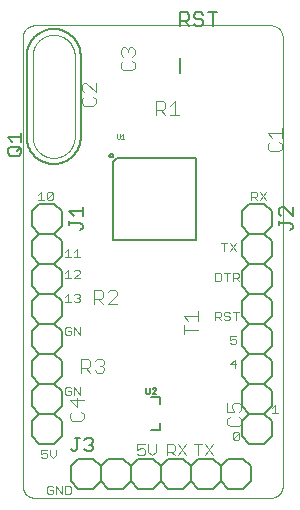
<source format=gto>
G75*
%MOIN*%
%OFA0B0*%
%FSLAX25Y25*%
%IPPOS*%
%LPD*%
%AMOC8*
5,1,8,0,0,1.08239X$1,22.5*
%
%ADD10C,0.00000*%
%ADD11C,0.00300*%
%ADD12C,0.00800*%
%ADD13C,0.00100*%
%ADD14C,0.00600*%
%ADD15C,0.00200*%
%ADD16C,0.00500*%
%ADD17C,0.00400*%
D10*
X0007860Y0013611D02*
X0007860Y0163217D01*
X0007862Y0163341D01*
X0007868Y0163464D01*
X0007877Y0163588D01*
X0007891Y0163710D01*
X0007908Y0163833D01*
X0007930Y0163955D01*
X0007955Y0164076D01*
X0007984Y0164196D01*
X0008016Y0164315D01*
X0008053Y0164434D01*
X0008093Y0164551D01*
X0008136Y0164666D01*
X0008184Y0164781D01*
X0008235Y0164893D01*
X0008289Y0165004D01*
X0008347Y0165114D01*
X0008408Y0165221D01*
X0008473Y0165327D01*
X0008541Y0165430D01*
X0008612Y0165531D01*
X0008686Y0165630D01*
X0008763Y0165727D01*
X0008844Y0165821D01*
X0008927Y0165912D01*
X0009013Y0166001D01*
X0009102Y0166087D01*
X0009193Y0166170D01*
X0009287Y0166251D01*
X0009384Y0166328D01*
X0009483Y0166402D01*
X0009584Y0166473D01*
X0009687Y0166541D01*
X0009793Y0166606D01*
X0009900Y0166667D01*
X0010010Y0166725D01*
X0010121Y0166779D01*
X0010233Y0166830D01*
X0010348Y0166878D01*
X0010463Y0166921D01*
X0010580Y0166961D01*
X0010699Y0166998D01*
X0010818Y0167030D01*
X0010938Y0167059D01*
X0011059Y0167084D01*
X0011181Y0167106D01*
X0011304Y0167123D01*
X0011426Y0167137D01*
X0011550Y0167146D01*
X0011673Y0167152D01*
X0011797Y0167154D01*
X0090537Y0167154D01*
X0090661Y0167152D01*
X0090784Y0167146D01*
X0090908Y0167137D01*
X0091030Y0167123D01*
X0091153Y0167106D01*
X0091275Y0167084D01*
X0091396Y0167059D01*
X0091516Y0167030D01*
X0091635Y0166998D01*
X0091754Y0166961D01*
X0091871Y0166921D01*
X0091986Y0166878D01*
X0092101Y0166830D01*
X0092213Y0166779D01*
X0092324Y0166725D01*
X0092434Y0166667D01*
X0092541Y0166606D01*
X0092647Y0166541D01*
X0092750Y0166473D01*
X0092851Y0166402D01*
X0092950Y0166328D01*
X0093047Y0166251D01*
X0093141Y0166170D01*
X0093232Y0166087D01*
X0093321Y0166001D01*
X0093407Y0165912D01*
X0093490Y0165821D01*
X0093571Y0165727D01*
X0093648Y0165630D01*
X0093722Y0165531D01*
X0093793Y0165430D01*
X0093861Y0165327D01*
X0093926Y0165221D01*
X0093987Y0165114D01*
X0094045Y0165004D01*
X0094099Y0164893D01*
X0094150Y0164781D01*
X0094198Y0164666D01*
X0094241Y0164551D01*
X0094281Y0164434D01*
X0094318Y0164315D01*
X0094350Y0164196D01*
X0094379Y0164076D01*
X0094404Y0163955D01*
X0094426Y0163833D01*
X0094443Y0163710D01*
X0094457Y0163588D01*
X0094466Y0163464D01*
X0094472Y0163341D01*
X0094474Y0163217D01*
X0094474Y0013611D01*
X0094472Y0013487D01*
X0094466Y0013364D01*
X0094457Y0013240D01*
X0094443Y0013118D01*
X0094426Y0012995D01*
X0094404Y0012873D01*
X0094379Y0012752D01*
X0094350Y0012632D01*
X0094318Y0012513D01*
X0094281Y0012394D01*
X0094241Y0012277D01*
X0094198Y0012162D01*
X0094150Y0012047D01*
X0094099Y0011935D01*
X0094045Y0011824D01*
X0093987Y0011714D01*
X0093926Y0011607D01*
X0093861Y0011501D01*
X0093793Y0011398D01*
X0093722Y0011297D01*
X0093648Y0011198D01*
X0093571Y0011101D01*
X0093490Y0011007D01*
X0093407Y0010916D01*
X0093321Y0010827D01*
X0093232Y0010741D01*
X0093141Y0010658D01*
X0093047Y0010577D01*
X0092950Y0010500D01*
X0092851Y0010426D01*
X0092750Y0010355D01*
X0092647Y0010287D01*
X0092541Y0010222D01*
X0092434Y0010161D01*
X0092324Y0010103D01*
X0092213Y0010049D01*
X0092101Y0009998D01*
X0091986Y0009950D01*
X0091871Y0009907D01*
X0091754Y0009867D01*
X0091635Y0009830D01*
X0091516Y0009798D01*
X0091396Y0009769D01*
X0091275Y0009744D01*
X0091153Y0009722D01*
X0091030Y0009705D01*
X0090908Y0009691D01*
X0090784Y0009682D01*
X0090661Y0009676D01*
X0090537Y0009674D01*
X0011797Y0009674D01*
X0011673Y0009676D01*
X0011550Y0009682D01*
X0011426Y0009691D01*
X0011304Y0009705D01*
X0011181Y0009722D01*
X0011059Y0009744D01*
X0010938Y0009769D01*
X0010818Y0009798D01*
X0010699Y0009830D01*
X0010580Y0009867D01*
X0010463Y0009907D01*
X0010348Y0009950D01*
X0010233Y0009998D01*
X0010121Y0010049D01*
X0010010Y0010103D01*
X0009900Y0010161D01*
X0009793Y0010222D01*
X0009687Y0010287D01*
X0009584Y0010355D01*
X0009483Y0010426D01*
X0009384Y0010500D01*
X0009287Y0010577D01*
X0009193Y0010658D01*
X0009102Y0010741D01*
X0009013Y0010827D01*
X0008927Y0010916D01*
X0008844Y0011007D01*
X0008763Y0011101D01*
X0008686Y0011198D01*
X0008612Y0011297D01*
X0008541Y0011398D01*
X0008473Y0011501D01*
X0008408Y0011607D01*
X0008347Y0011714D01*
X0008289Y0011824D01*
X0008235Y0011935D01*
X0008184Y0012047D01*
X0008136Y0012162D01*
X0008093Y0012277D01*
X0008053Y0012394D01*
X0008016Y0012513D01*
X0007984Y0012632D01*
X0007955Y0012752D01*
X0007930Y0012873D01*
X0007908Y0012995D01*
X0007891Y0013118D01*
X0007877Y0013240D01*
X0007868Y0013364D01*
X0007862Y0013487D01*
X0007860Y0013611D01*
D11*
X0014493Y0022824D02*
X0014010Y0023308D01*
X0014493Y0022824D02*
X0015461Y0022824D01*
X0015945Y0023308D01*
X0015945Y0024275D01*
X0015461Y0024759D01*
X0014977Y0024759D01*
X0014010Y0024275D01*
X0014010Y0025726D01*
X0015945Y0025726D01*
X0016956Y0025726D02*
X0016956Y0023791D01*
X0017924Y0022824D01*
X0018891Y0023791D01*
X0018891Y0025726D01*
X0018956Y0013726D02*
X0020891Y0010824D01*
X0020891Y0013726D01*
X0021903Y0013726D02*
X0021903Y0010824D01*
X0023354Y0010824D01*
X0023838Y0011308D01*
X0023838Y0013243D01*
X0023354Y0013726D01*
X0021903Y0013726D01*
X0018956Y0013726D02*
X0018956Y0010824D01*
X0017945Y0011308D02*
X0017945Y0012275D01*
X0016977Y0012275D01*
X0016010Y0011308D02*
X0016493Y0010824D01*
X0017461Y0010824D01*
X0017945Y0011308D01*
X0017945Y0013243D02*
X0017461Y0013726D01*
X0016493Y0013726D01*
X0016010Y0013243D01*
X0016010Y0011308D01*
X0022493Y0043824D02*
X0023461Y0043824D01*
X0023945Y0044308D01*
X0023945Y0045275D01*
X0022977Y0045275D01*
X0022010Y0044308D02*
X0022010Y0046243D01*
X0022493Y0046726D01*
X0023461Y0046726D01*
X0023945Y0046243D01*
X0024956Y0046726D02*
X0026891Y0043824D01*
X0026891Y0046726D01*
X0024956Y0046726D02*
X0024956Y0043824D01*
X0022493Y0043824D02*
X0022010Y0044308D01*
X0022493Y0063824D02*
X0022010Y0064308D01*
X0022010Y0066243D01*
X0022493Y0066726D01*
X0023461Y0066726D01*
X0023945Y0066243D01*
X0023945Y0065275D02*
X0022977Y0065275D01*
X0023945Y0065275D02*
X0023945Y0064308D01*
X0023461Y0063824D01*
X0022493Y0063824D01*
X0024956Y0063824D02*
X0024956Y0066726D01*
X0026891Y0063824D01*
X0026891Y0066726D01*
X0026407Y0074824D02*
X0025440Y0074824D01*
X0024956Y0075308D01*
X0023945Y0074824D02*
X0022010Y0074824D01*
X0022977Y0074824D02*
X0022977Y0077726D01*
X0022010Y0076759D01*
X0024956Y0077243D02*
X0025440Y0077726D01*
X0026407Y0077726D01*
X0026891Y0077243D01*
X0026891Y0076759D01*
X0026407Y0076275D01*
X0026891Y0075791D01*
X0026891Y0075308D01*
X0026407Y0074824D01*
X0026407Y0076275D02*
X0025924Y0076275D01*
X0026891Y0082824D02*
X0024956Y0082824D01*
X0026891Y0084759D01*
X0026891Y0085243D01*
X0026407Y0085726D01*
X0025440Y0085726D01*
X0024956Y0085243D01*
X0022977Y0085726D02*
X0022977Y0082824D01*
X0022010Y0082824D02*
X0023945Y0082824D01*
X0022010Y0084759D02*
X0022977Y0085726D01*
X0022977Y0089824D02*
X0022977Y0092726D01*
X0022010Y0091759D01*
X0022010Y0089824D02*
X0023945Y0089824D01*
X0024956Y0089824D02*
X0026891Y0089824D01*
X0025924Y0089824D02*
X0025924Y0092726D01*
X0024956Y0091759D01*
X0017407Y0108824D02*
X0016440Y0108824D01*
X0015956Y0109308D01*
X0017891Y0111243D01*
X0017891Y0109308D01*
X0017407Y0108824D01*
X0017891Y0111243D02*
X0017407Y0111726D01*
X0016440Y0111726D01*
X0015956Y0111243D01*
X0015956Y0109308D01*
X0014945Y0108824D02*
X0013010Y0108824D01*
X0013977Y0108824D02*
X0013977Y0111726D01*
X0013010Y0110759D01*
X0046010Y0027527D02*
X0046010Y0025676D01*
X0047244Y0026293D01*
X0047861Y0026293D01*
X0048478Y0025676D01*
X0048478Y0024441D01*
X0047861Y0023824D01*
X0046627Y0023824D01*
X0046010Y0024441D01*
X0046010Y0027527D02*
X0048478Y0027527D01*
X0049693Y0027527D02*
X0049693Y0025058D01*
X0050927Y0023824D01*
X0052161Y0025058D01*
X0052161Y0027527D01*
X0056010Y0027527D02*
X0056010Y0023824D01*
X0056010Y0025058D02*
X0057861Y0025058D01*
X0058478Y0025676D01*
X0058478Y0026910D01*
X0057861Y0027527D01*
X0056010Y0027527D01*
X0057244Y0025058D02*
X0058478Y0023824D01*
X0059693Y0023824D02*
X0062161Y0027527D01*
X0059693Y0027527D02*
X0062161Y0023824D01*
X0065010Y0027527D02*
X0067478Y0027527D01*
X0066244Y0027527D02*
X0066244Y0023824D01*
X0068693Y0023824D02*
X0071161Y0027527D01*
X0068693Y0027527D02*
X0071161Y0023824D01*
X0078010Y0029308D02*
X0079945Y0031243D01*
X0079945Y0029308D01*
X0079461Y0028824D01*
X0078493Y0028824D01*
X0078010Y0029308D01*
X0078010Y0031243D01*
X0078493Y0031726D01*
X0079461Y0031726D01*
X0079945Y0031243D01*
X0091010Y0037824D02*
X0092945Y0037824D01*
X0091977Y0037824D02*
X0091977Y0040726D01*
X0091010Y0039759D01*
X0078945Y0054275D02*
X0077010Y0054275D01*
X0078461Y0055726D01*
X0078461Y0052824D01*
X0078461Y0060824D02*
X0077493Y0060824D01*
X0077010Y0061308D01*
X0077010Y0062275D02*
X0077977Y0062759D01*
X0078461Y0062759D01*
X0078945Y0062275D01*
X0078945Y0061308D01*
X0078461Y0060824D01*
X0077010Y0062275D02*
X0077010Y0063726D01*
X0078945Y0063726D01*
X0078870Y0068824D02*
X0078870Y0071726D01*
X0077903Y0071726D02*
X0079838Y0071726D01*
X0076891Y0071243D02*
X0076407Y0071726D01*
X0075440Y0071726D01*
X0074956Y0071243D01*
X0074956Y0070759D01*
X0075440Y0070275D01*
X0076407Y0070275D01*
X0076891Y0069791D01*
X0076891Y0069308D01*
X0076407Y0068824D01*
X0075440Y0068824D01*
X0074956Y0069308D01*
X0073945Y0068824D02*
X0072977Y0069791D01*
X0073461Y0069791D02*
X0072010Y0069791D01*
X0072010Y0068824D02*
X0072010Y0071726D01*
X0073461Y0071726D01*
X0073945Y0071243D01*
X0073945Y0070275D01*
X0073461Y0069791D01*
X0073461Y0081824D02*
X0072010Y0081824D01*
X0072010Y0084726D01*
X0073461Y0084726D01*
X0073945Y0084243D01*
X0073945Y0082308D01*
X0073461Y0081824D01*
X0074956Y0084726D02*
X0076891Y0084726D01*
X0075924Y0084726D02*
X0075924Y0081824D01*
X0077903Y0081824D02*
X0077903Y0084726D01*
X0079354Y0084726D01*
X0079838Y0084243D01*
X0079838Y0083275D01*
X0079354Y0082791D01*
X0077903Y0082791D01*
X0078870Y0082791D02*
X0079838Y0081824D01*
X0078891Y0091824D02*
X0076956Y0094726D01*
X0075945Y0094726D02*
X0074010Y0094726D01*
X0074977Y0094726D02*
X0074977Y0091824D01*
X0076956Y0091824D02*
X0078891Y0094726D01*
X0084010Y0108824D02*
X0084010Y0111726D01*
X0085461Y0111726D01*
X0085945Y0111243D01*
X0085945Y0110275D01*
X0085461Y0109791D01*
X0084010Y0109791D01*
X0084977Y0109791D02*
X0085945Y0108824D01*
X0086956Y0108824D02*
X0088891Y0111726D01*
X0086956Y0111726D02*
X0088891Y0108824D01*
D12*
X0065525Y0095489D02*
X0037927Y0095489D01*
X0037927Y0121690D01*
X0039324Y0123087D01*
X0065525Y0123087D01*
X0065525Y0095489D01*
X0036726Y0123788D02*
X0036728Y0123837D01*
X0036734Y0123885D01*
X0036744Y0123933D01*
X0036758Y0123980D01*
X0036775Y0124026D01*
X0036796Y0124070D01*
X0036821Y0124112D01*
X0036849Y0124152D01*
X0036881Y0124190D01*
X0036915Y0124225D01*
X0036952Y0124257D01*
X0036991Y0124286D01*
X0037033Y0124312D01*
X0037077Y0124334D01*
X0037122Y0124352D01*
X0037169Y0124367D01*
X0037216Y0124378D01*
X0037265Y0124385D01*
X0037314Y0124388D01*
X0037363Y0124387D01*
X0037411Y0124382D01*
X0037460Y0124373D01*
X0037507Y0124360D01*
X0037553Y0124343D01*
X0037597Y0124323D01*
X0037640Y0124299D01*
X0037681Y0124272D01*
X0037719Y0124241D01*
X0037755Y0124208D01*
X0037787Y0124172D01*
X0037817Y0124133D01*
X0037844Y0124092D01*
X0037867Y0124048D01*
X0037886Y0124003D01*
X0037902Y0123957D01*
X0037914Y0123910D01*
X0037922Y0123861D01*
X0037926Y0123812D01*
X0037926Y0123764D01*
X0037922Y0123715D01*
X0037914Y0123666D01*
X0037902Y0123619D01*
X0037886Y0123573D01*
X0037867Y0123528D01*
X0037844Y0123484D01*
X0037817Y0123443D01*
X0037787Y0123404D01*
X0037755Y0123368D01*
X0037719Y0123335D01*
X0037681Y0123304D01*
X0037640Y0123277D01*
X0037597Y0123253D01*
X0037553Y0123233D01*
X0037507Y0123216D01*
X0037460Y0123203D01*
X0037411Y0123194D01*
X0037363Y0123189D01*
X0037314Y0123188D01*
X0037265Y0123191D01*
X0037216Y0123198D01*
X0037169Y0123209D01*
X0037122Y0123224D01*
X0037077Y0123242D01*
X0037033Y0123264D01*
X0036991Y0123290D01*
X0036952Y0123319D01*
X0036915Y0123351D01*
X0036881Y0123386D01*
X0036849Y0123424D01*
X0036821Y0123464D01*
X0036796Y0123506D01*
X0036775Y0123550D01*
X0036758Y0123596D01*
X0036744Y0123643D01*
X0036734Y0123691D01*
X0036728Y0123739D01*
X0036726Y0123788D01*
X0050466Y0043186D02*
X0053615Y0043186D01*
X0053615Y0040824D01*
X0053615Y0034524D02*
X0053615Y0032162D01*
X0050466Y0032162D01*
D13*
X0041750Y0129338D02*
X0040749Y0129338D01*
X0041249Y0129338D02*
X0041249Y0130839D01*
X0040749Y0130339D01*
X0040277Y0130839D02*
X0040277Y0129588D01*
X0040026Y0129338D01*
X0039526Y0129338D01*
X0039276Y0129588D01*
X0039276Y0130839D01*
D14*
X0027167Y0129985D02*
X0027167Y0156985D01*
X0027164Y0157204D01*
X0027156Y0157423D01*
X0027143Y0157642D01*
X0027124Y0157860D01*
X0027100Y0158078D01*
X0027071Y0158295D01*
X0027037Y0158512D01*
X0026997Y0158727D01*
X0026952Y0158942D01*
X0026901Y0159155D01*
X0026846Y0159367D01*
X0026785Y0159578D01*
X0026720Y0159787D01*
X0026649Y0159994D01*
X0026573Y0160200D01*
X0026492Y0160404D01*
X0026407Y0160606D01*
X0026316Y0160805D01*
X0026221Y0161002D01*
X0026120Y0161197D01*
X0026015Y0161390D01*
X0025906Y0161580D01*
X0025792Y0161767D01*
X0025673Y0161951D01*
X0025550Y0162132D01*
X0025422Y0162310D01*
X0025290Y0162486D01*
X0025154Y0162657D01*
X0025014Y0162826D01*
X0024870Y0162991D01*
X0024722Y0163152D01*
X0024570Y0163310D01*
X0024414Y0163464D01*
X0024254Y0163614D01*
X0024091Y0163761D01*
X0023924Y0163903D01*
X0023754Y0164041D01*
X0023580Y0164175D01*
X0023404Y0164305D01*
X0023224Y0164430D01*
X0023041Y0164551D01*
X0022855Y0164667D01*
X0022667Y0164779D01*
X0022476Y0164886D01*
X0022282Y0164989D01*
X0022086Y0165087D01*
X0021888Y0165180D01*
X0021687Y0165268D01*
X0021484Y0165351D01*
X0021279Y0165430D01*
X0021073Y0165503D01*
X0020865Y0165571D01*
X0020655Y0165634D01*
X0020443Y0165692D01*
X0020231Y0165745D01*
X0020017Y0165793D01*
X0019802Y0165835D01*
X0019586Y0165872D01*
X0019369Y0165904D01*
X0019151Y0165931D01*
X0018933Y0165952D01*
X0018715Y0165968D01*
X0018496Y0165979D01*
X0018277Y0165984D01*
X0018057Y0165984D01*
X0017838Y0165979D01*
X0017619Y0165968D01*
X0017401Y0165952D01*
X0017183Y0165931D01*
X0016965Y0165904D01*
X0016748Y0165872D01*
X0016532Y0165835D01*
X0016317Y0165793D01*
X0016103Y0165745D01*
X0015891Y0165692D01*
X0015679Y0165634D01*
X0015469Y0165571D01*
X0015261Y0165503D01*
X0015055Y0165430D01*
X0014850Y0165351D01*
X0014647Y0165268D01*
X0014446Y0165180D01*
X0014248Y0165087D01*
X0014052Y0164989D01*
X0013858Y0164886D01*
X0013667Y0164779D01*
X0013479Y0164667D01*
X0013293Y0164551D01*
X0013110Y0164430D01*
X0012930Y0164305D01*
X0012754Y0164175D01*
X0012580Y0164041D01*
X0012410Y0163903D01*
X0012243Y0163761D01*
X0012080Y0163614D01*
X0011920Y0163464D01*
X0011764Y0163310D01*
X0011612Y0163152D01*
X0011464Y0162991D01*
X0011320Y0162826D01*
X0011180Y0162657D01*
X0011044Y0162486D01*
X0010912Y0162310D01*
X0010784Y0162132D01*
X0010661Y0161951D01*
X0010542Y0161767D01*
X0010428Y0161580D01*
X0010319Y0161390D01*
X0010214Y0161197D01*
X0010113Y0161002D01*
X0010018Y0160805D01*
X0009927Y0160606D01*
X0009842Y0160404D01*
X0009761Y0160200D01*
X0009685Y0159994D01*
X0009614Y0159787D01*
X0009549Y0159578D01*
X0009488Y0159367D01*
X0009433Y0159155D01*
X0009382Y0158942D01*
X0009337Y0158727D01*
X0009297Y0158512D01*
X0009263Y0158295D01*
X0009234Y0158078D01*
X0009210Y0157860D01*
X0009191Y0157642D01*
X0009178Y0157423D01*
X0009170Y0157204D01*
X0009167Y0156985D01*
X0009167Y0129985D01*
X0009170Y0129766D01*
X0009178Y0129547D01*
X0009191Y0129328D01*
X0009210Y0129110D01*
X0009234Y0128892D01*
X0009263Y0128675D01*
X0009297Y0128458D01*
X0009337Y0128243D01*
X0009382Y0128028D01*
X0009433Y0127815D01*
X0009488Y0127603D01*
X0009549Y0127392D01*
X0009614Y0127183D01*
X0009685Y0126976D01*
X0009761Y0126770D01*
X0009842Y0126566D01*
X0009927Y0126364D01*
X0010018Y0126165D01*
X0010113Y0125968D01*
X0010214Y0125773D01*
X0010319Y0125580D01*
X0010428Y0125390D01*
X0010542Y0125203D01*
X0010661Y0125019D01*
X0010784Y0124838D01*
X0010912Y0124660D01*
X0011044Y0124484D01*
X0011180Y0124313D01*
X0011320Y0124144D01*
X0011464Y0123979D01*
X0011612Y0123818D01*
X0011764Y0123660D01*
X0011920Y0123506D01*
X0012080Y0123356D01*
X0012243Y0123209D01*
X0012410Y0123067D01*
X0012580Y0122929D01*
X0012754Y0122795D01*
X0012930Y0122665D01*
X0013110Y0122540D01*
X0013293Y0122419D01*
X0013479Y0122303D01*
X0013667Y0122191D01*
X0013858Y0122084D01*
X0014052Y0121981D01*
X0014248Y0121883D01*
X0014446Y0121790D01*
X0014647Y0121702D01*
X0014850Y0121619D01*
X0015055Y0121540D01*
X0015261Y0121467D01*
X0015469Y0121399D01*
X0015679Y0121336D01*
X0015891Y0121278D01*
X0016103Y0121225D01*
X0016317Y0121177D01*
X0016532Y0121135D01*
X0016748Y0121098D01*
X0016965Y0121066D01*
X0017183Y0121039D01*
X0017401Y0121018D01*
X0017619Y0121002D01*
X0017838Y0120991D01*
X0018057Y0120986D01*
X0018277Y0120986D01*
X0018496Y0120991D01*
X0018715Y0121002D01*
X0018933Y0121018D01*
X0019151Y0121039D01*
X0019369Y0121066D01*
X0019586Y0121098D01*
X0019802Y0121135D01*
X0020017Y0121177D01*
X0020231Y0121225D01*
X0020443Y0121278D01*
X0020655Y0121336D01*
X0020865Y0121399D01*
X0021073Y0121467D01*
X0021279Y0121540D01*
X0021484Y0121619D01*
X0021687Y0121702D01*
X0021888Y0121790D01*
X0022086Y0121883D01*
X0022282Y0121981D01*
X0022476Y0122084D01*
X0022667Y0122191D01*
X0022855Y0122303D01*
X0023041Y0122419D01*
X0023224Y0122540D01*
X0023404Y0122665D01*
X0023580Y0122795D01*
X0023754Y0122929D01*
X0023924Y0123067D01*
X0024091Y0123209D01*
X0024254Y0123356D01*
X0024414Y0123506D01*
X0024570Y0123660D01*
X0024722Y0123818D01*
X0024870Y0123979D01*
X0025014Y0124144D01*
X0025154Y0124313D01*
X0025290Y0124484D01*
X0025422Y0124660D01*
X0025550Y0124838D01*
X0025673Y0125019D01*
X0025792Y0125203D01*
X0025906Y0125390D01*
X0026015Y0125580D01*
X0026120Y0125773D01*
X0026221Y0125968D01*
X0026316Y0126165D01*
X0026407Y0126364D01*
X0026492Y0126566D01*
X0026573Y0126770D01*
X0026649Y0126976D01*
X0026720Y0127183D01*
X0026785Y0127392D01*
X0026846Y0127603D01*
X0026901Y0127815D01*
X0026952Y0128028D01*
X0026997Y0128243D01*
X0027037Y0128458D01*
X0027071Y0128675D01*
X0027100Y0128892D01*
X0027124Y0129110D01*
X0027143Y0129328D01*
X0027156Y0129547D01*
X0027164Y0129766D01*
X0027167Y0129985D01*
X0018360Y0107674D02*
X0013360Y0107674D01*
X0010860Y0105174D01*
X0010860Y0100174D01*
X0013360Y0097674D01*
X0010860Y0095174D01*
X0010860Y0090174D01*
X0013360Y0087674D01*
X0018360Y0087674D01*
X0020860Y0090174D01*
X0020860Y0095174D01*
X0018360Y0097674D01*
X0013360Y0097674D01*
X0018360Y0097674D02*
X0020860Y0100174D01*
X0020860Y0105174D01*
X0018360Y0107674D01*
X0018360Y0087674D02*
X0020860Y0085174D01*
X0020860Y0080174D01*
X0018360Y0077674D01*
X0020860Y0075174D01*
X0020860Y0070174D01*
X0018360Y0067674D01*
X0020860Y0065174D01*
X0020860Y0060174D01*
X0018360Y0057674D01*
X0013360Y0057674D01*
X0010860Y0060174D01*
X0010860Y0065174D01*
X0013360Y0067674D01*
X0010860Y0070174D01*
X0010860Y0075174D01*
X0013360Y0077674D01*
X0010860Y0080174D01*
X0010860Y0085174D01*
X0013360Y0087674D01*
X0013360Y0077674D02*
X0018360Y0077674D01*
X0018360Y0067674D02*
X0013360Y0067674D01*
X0013360Y0057674D02*
X0010860Y0055174D01*
X0010860Y0050174D01*
X0013360Y0047674D01*
X0010860Y0045174D01*
X0010860Y0040174D01*
X0013360Y0037674D01*
X0010860Y0035174D01*
X0010860Y0030174D01*
X0013360Y0027674D01*
X0018360Y0027674D01*
X0020860Y0030174D01*
X0020860Y0035174D01*
X0018360Y0037674D01*
X0013360Y0037674D01*
X0018360Y0037674D02*
X0020860Y0040174D01*
X0020860Y0045174D01*
X0018360Y0047674D01*
X0013360Y0047674D01*
X0018360Y0047674D02*
X0020860Y0050174D01*
X0020860Y0055174D01*
X0018360Y0057674D01*
X0026360Y0022674D02*
X0023860Y0020174D01*
X0023860Y0015174D01*
X0026360Y0012674D01*
X0031360Y0012674D01*
X0033860Y0015174D01*
X0036360Y0012674D01*
X0041360Y0012674D01*
X0043860Y0015174D01*
X0043860Y0020174D01*
X0041360Y0022674D01*
X0036360Y0022674D01*
X0033860Y0020174D01*
X0033860Y0015174D01*
X0033860Y0020174D02*
X0031360Y0022674D01*
X0026360Y0022674D01*
X0043860Y0020174D02*
X0046360Y0022674D01*
X0051360Y0022674D01*
X0053860Y0020174D01*
X0056360Y0022674D01*
X0061360Y0022674D01*
X0063860Y0020174D01*
X0066360Y0022674D01*
X0071360Y0022674D01*
X0073860Y0020174D01*
X0076360Y0022674D01*
X0081360Y0022674D01*
X0083860Y0020174D01*
X0083860Y0015174D01*
X0081360Y0012674D01*
X0076360Y0012674D01*
X0073860Y0015174D01*
X0071360Y0012674D01*
X0066360Y0012674D01*
X0063860Y0015174D01*
X0061360Y0012674D01*
X0056360Y0012674D01*
X0053860Y0015174D01*
X0051360Y0012674D01*
X0046360Y0012674D01*
X0043860Y0015174D01*
X0053860Y0015174D02*
X0053860Y0020174D01*
X0063860Y0020174D02*
X0063860Y0015174D01*
X0073860Y0015174D02*
X0073860Y0020174D01*
X0083360Y0027674D02*
X0080860Y0030174D01*
X0080860Y0035174D01*
X0083360Y0037674D01*
X0080860Y0040174D01*
X0080860Y0045174D01*
X0083360Y0047674D01*
X0080860Y0050174D01*
X0080860Y0055174D01*
X0083360Y0057674D01*
X0080860Y0060174D01*
X0080860Y0065174D01*
X0083360Y0067674D01*
X0080860Y0070174D01*
X0080860Y0075174D01*
X0083360Y0077674D01*
X0080860Y0080174D01*
X0080860Y0085174D01*
X0083360Y0087674D01*
X0080860Y0090174D01*
X0080860Y0095174D01*
X0083360Y0097674D01*
X0080860Y0100174D01*
X0080860Y0105174D01*
X0083360Y0107674D01*
X0088360Y0107674D01*
X0090860Y0105174D01*
X0090860Y0100174D01*
X0088360Y0097674D01*
X0090860Y0095174D01*
X0090860Y0090174D01*
X0088360Y0087674D01*
X0083360Y0087674D01*
X0088360Y0087674D02*
X0090860Y0085174D01*
X0090860Y0080174D01*
X0088360Y0077674D01*
X0090860Y0075174D01*
X0090860Y0070174D01*
X0088360Y0067674D01*
X0090860Y0065174D01*
X0090860Y0060174D01*
X0088360Y0057674D01*
X0083360Y0057674D01*
X0088360Y0057674D02*
X0090860Y0055174D01*
X0090860Y0050174D01*
X0088360Y0047674D01*
X0090860Y0045174D01*
X0090860Y0040174D01*
X0088360Y0037674D01*
X0090860Y0035174D01*
X0090860Y0030174D01*
X0088360Y0027674D01*
X0083360Y0027674D01*
X0083360Y0037674D02*
X0088360Y0037674D01*
X0088360Y0047674D02*
X0083360Y0047674D01*
X0083360Y0067674D02*
X0088360Y0067674D01*
X0088360Y0077674D02*
X0083360Y0077674D01*
X0083360Y0097674D02*
X0088360Y0097674D01*
X0060167Y0151233D02*
X0060167Y0156233D01*
D15*
X0025167Y0156985D02*
X0025167Y0129985D01*
X0025165Y0129815D01*
X0025159Y0129644D01*
X0025148Y0129474D01*
X0025134Y0129304D01*
X0025115Y0129135D01*
X0025092Y0128966D01*
X0025066Y0128797D01*
X0025035Y0128630D01*
X0025000Y0128463D01*
X0024960Y0128297D01*
X0024917Y0128132D01*
X0024870Y0127968D01*
X0024819Y0127806D01*
X0024764Y0127644D01*
X0024705Y0127484D01*
X0024642Y0127326D01*
X0024576Y0127169D01*
X0024505Y0127014D01*
X0024431Y0126860D01*
X0024353Y0126709D01*
X0024271Y0126559D01*
X0024186Y0126411D01*
X0024097Y0126266D01*
X0024005Y0126123D01*
X0023909Y0125982D01*
X0023810Y0125843D01*
X0023707Y0125707D01*
X0023602Y0125573D01*
X0023493Y0125442D01*
X0023380Y0125314D01*
X0023265Y0125188D01*
X0023147Y0125065D01*
X0023026Y0124946D01*
X0022901Y0124829D01*
X0022774Y0124715D01*
X0022645Y0124604D01*
X0022512Y0124497D01*
X0022377Y0124393D01*
X0022240Y0124292D01*
X0022100Y0124194D01*
X0021958Y0124100D01*
X0021814Y0124010D01*
X0021667Y0123923D01*
X0021518Y0123839D01*
X0021368Y0123760D01*
X0021215Y0123684D01*
X0021061Y0123611D01*
X0020905Y0123543D01*
X0020747Y0123478D01*
X0020588Y0123417D01*
X0020427Y0123360D01*
X0020265Y0123307D01*
X0020102Y0123258D01*
X0019938Y0123213D01*
X0019772Y0123172D01*
X0019606Y0123134D01*
X0019438Y0123101D01*
X0019270Y0123073D01*
X0019102Y0123048D01*
X0018933Y0123027D01*
X0018763Y0123010D01*
X0018593Y0122998D01*
X0018423Y0122990D01*
X0018252Y0122986D01*
X0018082Y0122986D01*
X0017911Y0122990D01*
X0017741Y0122998D01*
X0017571Y0123010D01*
X0017401Y0123027D01*
X0017232Y0123048D01*
X0017064Y0123073D01*
X0016896Y0123101D01*
X0016728Y0123134D01*
X0016562Y0123172D01*
X0016396Y0123213D01*
X0016232Y0123258D01*
X0016069Y0123307D01*
X0015907Y0123360D01*
X0015746Y0123417D01*
X0015587Y0123478D01*
X0015429Y0123543D01*
X0015273Y0123611D01*
X0015119Y0123684D01*
X0014966Y0123760D01*
X0014816Y0123839D01*
X0014667Y0123923D01*
X0014520Y0124010D01*
X0014376Y0124100D01*
X0014234Y0124194D01*
X0014094Y0124292D01*
X0013957Y0124393D01*
X0013822Y0124497D01*
X0013689Y0124604D01*
X0013560Y0124715D01*
X0013433Y0124829D01*
X0013308Y0124946D01*
X0013187Y0125065D01*
X0013069Y0125188D01*
X0012954Y0125314D01*
X0012841Y0125442D01*
X0012732Y0125573D01*
X0012627Y0125707D01*
X0012524Y0125843D01*
X0012425Y0125982D01*
X0012329Y0126123D01*
X0012237Y0126266D01*
X0012148Y0126411D01*
X0012063Y0126559D01*
X0011981Y0126709D01*
X0011903Y0126860D01*
X0011829Y0127014D01*
X0011758Y0127169D01*
X0011692Y0127326D01*
X0011629Y0127484D01*
X0011570Y0127644D01*
X0011515Y0127806D01*
X0011464Y0127968D01*
X0011417Y0128132D01*
X0011374Y0128297D01*
X0011334Y0128463D01*
X0011299Y0128630D01*
X0011268Y0128797D01*
X0011242Y0128966D01*
X0011219Y0129135D01*
X0011200Y0129304D01*
X0011186Y0129474D01*
X0011175Y0129644D01*
X0011169Y0129815D01*
X0011167Y0129985D01*
X0011167Y0156985D01*
X0011169Y0157155D01*
X0011175Y0157326D01*
X0011186Y0157496D01*
X0011200Y0157666D01*
X0011219Y0157835D01*
X0011242Y0158004D01*
X0011268Y0158173D01*
X0011299Y0158340D01*
X0011334Y0158507D01*
X0011374Y0158673D01*
X0011417Y0158838D01*
X0011464Y0159002D01*
X0011515Y0159164D01*
X0011570Y0159326D01*
X0011629Y0159486D01*
X0011692Y0159644D01*
X0011758Y0159801D01*
X0011829Y0159956D01*
X0011903Y0160110D01*
X0011981Y0160261D01*
X0012063Y0160411D01*
X0012148Y0160559D01*
X0012237Y0160704D01*
X0012329Y0160847D01*
X0012425Y0160988D01*
X0012524Y0161127D01*
X0012627Y0161263D01*
X0012732Y0161397D01*
X0012841Y0161528D01*
X0012954Y0161656D01*
X0013069Y0161782D01*
X0013187Y0161905D01*
X0013308Y0162024D01*
X0013433Y0162141D01*
X0013560Y0162255D01*
X0013689Y0162366D01*
X0013822Y0162473D01*
X0013957Y0162577D01*
X0014094Y0162678D01*
X0014234Y0162776D01*
X0014376Y0162870D01*
X0014520Y0162960D01*
X0014667Y0163047D01*
X0014816Y0163131D01*
X0014966Y0163210D01*
X0015119Y0163286D01*
X0015273Y0163359D01*
X0015429Y0163427D01*
X0015587Y0163492D01*
X0015746Y0163553D01*
X0015907Y0163610D01*
X0016069Y0163663D01*
X0016232Y0163712D01*
X0016396Y0163757D01*
X0016562Y0163798D01*
X0016728Y0163836D01*
X0016896Y0163869D01*
X0017064Y0163897D01*
X0017232Y0163922D01*
X0017401Y0163943D01*
X0017571Y0163960D01*
X0017741Y0163972D01*
X0017911Y0163980D01*
X0018082Y0163984D01*
X0018252Y0163984D01*
X0018423Y0163980D01*
X0018593Y0163972D01*
X0018763Y0163960D01*
X0018933Y0163943D01*
X0019102Y0163922D01*
X0019270Y0163897D01*
X0019438Y0163869D01*
X0019606Y0163836D01*
X0019772Y0163798D01*
X0019938Y0163757D01*
X0020102Y0163712D01*
X0020265Y0163663D01*
X0020427Y0163610D01*
X0020588Y0163553D01*
X0020747Y0163492D01*
X0020905Y0163427D01*
X0021061Y0163359D01*
X0021215Y0163286D01*
X0021368Y0163210D01*
X0021518Y0163131D01*
X0021667Y0163047D01*
X0021814Y0162960D01*
X0021958Y0162870D01*
X0022100Y0162776D01*
X0022240Y0162678D01*
X0022377Y0162577D01*
X0022512Y0162473D01*
X0022645Y0162366D01*
X0022774Y0162255D01*
X0022901Y0162141D01*
X0023026Y0162024D01*
X0023147Y0161905D01*
X0023265Y0161782D01*
X0023380Y0161656D01*
X0023493Y0161528D01*
X0023602Y0161397D01*
X0023707Y0161263D01*
X0023810Y0161127D01*
X0023909Y0160988D01*
X0024005Y0160847D01*
X0024097Y0160704D01*
X0024186Y0160559D01*
X0024271Y0160411D01*
X0024353Y0160261D01*
X0024431Y0160110D01*
X0024505Y0159956D01*
X0024576Y0159801D01*
X0024642Y0159644D01*
X0024705Y0159486D01*
X0024764Y0159326D01*
X0024819Y0159164D01*
X0024870Y0159002D01*
X0024917Y0158838D01*
X0024960Y0158673D01*
X0025000Y0158507D01*
X0025035Y0158340D01*
X0025066Y0158173D01*
X0025092Y0158004D01*
X0025115Y0157835D01*
X0025134Y0157666D01*
X0025148Y0157496D01*
X0025159Y0157326D01*
X0025165Y0157155D01*
X0025167Y0156985D01*
D16*
X0007417Y0131342D02*
X0007417Y0128339D01*
X0007417Y0129840D02*
X0002913Y0129840D01*
X0004414Y0128339D01*
X0003663Y0126738D02*
X0006666Y0126738D01*
X0007417Y0125987D01*
X0007417Y0124486D01*
X0006666Y0123735D01*
X0003663Y0123735D01*
X0002913Y0124486D01*
X0002913Y0125987D01*
X0003663Y0126738D01*
X0005915Y0125236D02*
X0007417Y0126738D01*
X0023306Y0105121D02*
X0027810Y0105121D01*
X0027810Y0103620D02*
X0027810Y0106623D01*
X0024807Y0103620D02*
X0023306Y0105121D01*
X0023306Y0102019D02*
X0023306Y0100517D01*
X0023306Y0101268D02*
X0027059Y0101268D01*
X0027810Y0100517D01*
X0027810Y0099767D01*
X0027059Y0099016D01*
X0048900Y0046326D02*
X0048900Y0044741D01*
X0049217Y0044424D01*
X0049851Y0044424D01*
X0050167Y0044741D01*
X0050167Y0046326D01*
X0051110Y0046009D02*
X0051427Y0046326D01*
X0052060Y0046326D01*
X0052377Y0046009D01*
X0052377Y0045692D01*
X0051110Y0044424D01*
X0052377Y0044424D01*
X0031416Y0028877D02*
X0031416Y0028127D01*
X0030665Y0027376D01*
X0031416Y0026625D01*
X0031416Y0025875D01*
X0030665Y0025124D01*
X0029164Y0025124D01*
X0028413Y0025875D01*
X0029915Y0027376D02*
X0030665Y0027376D01*
X0031416Y0028877D02*
X0030665Y0029628D01*
X0029164Y0029628D01*
X0028413Y0028877D01*
X0026812Y0029628D02*
X0025311Y0029628D01*
X0026061Y0029628D02*
X0026061Y0025875D01*
X0025311Y0025124D01*
X0024560Y0025124D01*
X0023810Y0025875D01*
X0093306Y0100517D02*
X0093306Y0102019D01*
X0093306Y0101268D02*
X0097059Y0101268D01*
X0097810Y0100517D01*
X0097810Y0099767D01*
X0097059Y0099016D01*
X0097810Y0103620D02*
X0094807Y0106623D01*
X0094056Y0106623D01*
X0093306Y0105872D01*
X0093306Y0104371D01*
X0094056Y0103620D01*
X0097810Y0103620D02*
X0097810Y0106623D01*
X0071126Y0166983D02*
X0071126Y0171487D01*
X0069625Y0171487D02*
X0072627Y0171487D01*
X0068023Y0170736D02*
X0067273Y0171487D01*
X0065771Y0171487D01*
X0065021Y0170736D01*
X0065021Y0169986D01*
X0065771Y0169235D01*
X0067273Y0169235D01*
X0068023Y0168484D01*
X0068023Y0167734D01*
X0067273Y0166983D01*
X0065771Y0166983D01*
X0065021Y0167734D01*
X0063419Y0166983D02*
X0061918Y0168484D01*
X0062669Y0168484D02*
X0060417Y0168484D01*
X0060417Y0166983D02*
X0060417Y0171487D01*
X0062669Y0171487D01*
X0063419Y0170736D01*
X0063419Y0169235D01*
X0062669Y0168484D01*
D17*
X0058490Y0141978D02*
X0058490Y0137374D01*
X0056956Y0137374D02*
X0060025Y0137374D01*
X0056956Y0140443D02*
X0058490Y0141978D01*
X0055421Y0141211D02*
X0055421Y0139676D01*
X0054654Y0138909D01*
X0052352Y0138909D01*
X0052352Y0137374D02*
X0052352Y0141978D01*
X0054654Y0141978D01*
X0055421Y0141211D01*
X0053886Y0138909D02*
X0055421Y0137374D01*
X0044392Y0152166D02*
X0045160Y0152933D01*
X0045160Y0154468D01*
X0044392Y0155235D01*
X0044392Y0156770D02*
X0045160Y0157537D01*
X0045160Y0159072D01*
X0044392Y0159839D01*
X0043625Y0159839D01*
X0042858Y0159072D01*
X0042858Y0158305D01*
X0042858Y0159072D02*
X0042090Y0159839D01*
X0041323Y0159839D01*
X0040556Y0159072D01*
X0040556Y0157537D01*
X0041323Y0156770D01*
X0041323Y0155235D02*
X0040556Y0154468D01*
X0040556Y0152933D01*
X0041323Y0152166D01*
X0044392Y0152166D01*
X0032160Y0148047D02*
X0032160Y0144978D01*
X0029090Y0148047D01*
X0028323Y0148047D01*
X0027556Y0147280D01*
X0027556Y0145745D01*
X0028323Y0144978D01*
X0028323Y0143443D02*
X0027556Y0142676D01*
X0027556Y0141141D01*
X0028323Y0140374D01*
X0031392Y0140374D01*
X0032160Y0141141D01*
X0032160Y0142676D01*
X0031392Y0143443D01*
X0031560Y0078978D02*
X0033862Y0078978D01*
X0034629Y0078211D01*
X0034629Y0076676D01*
X0033862Y0075909D01*
X0031560Y0075909D01*
X0033094Y0075909D02*
X0034629Y0074374D01*
X0036163Y0074374D02*
X0039233Y0077443D01*
X0039233Y0078211D01*
X0038465Y0078978D01*
X0036931Y0078978D01*
X0036163Y0078211D01*
X0036163Y0074374D02*
X0039233Y0074374D01*
X0031560Y0074374D02*
X0031560Y0078978D01*
X0032723Y0055978D02*
X0031956Y0055211D01*
X0032723Y0055978D02*
X0034258Y0055978D01*
X0035025Y0055211D01*
X0035025Y0054443D01*
X0034258Y0053676D01*
X0035025Y0052909D01*
X0035025Y0052141D01*
X0034258Y0051374D01*
X0032723Y0051374D01*
X0031956Y0052141D01*
X0030421Y0051374D02*
X0028886Y0052909D01*
X0029654Y0052909D02*
X0027352Y0052909D01*
X0027352Y0051374D02*
X0027352Y0055978D01*
X0029654Y0055978D01*
X0030421Y0055211D01*
X0030421Y0053676D01*
X0029654Y0052909D01*
X0033490Y0053676D02*
X0034258Y0053676D01*
X0028160Y0042280D02*
X0023556Y0042280D01*
X0025858Y0039978D01*
X0025858Y0043047D01*
X0027392Y0038443D02*
X0028160Y0037676D01*
X0028160Y0036141D01*
X0027392Y0035374D01*
X0024323Y0035374D01*
X0023556Y0036141D01*
X0023556Y0037676D01*
X0024323Y0038443D01*
X0061556Y0064166D02*
X0061556Y0067235D01*
X0061556Y0065701D02*
X0066160Y0065701D01*
X0066160Y0068770D02*
X0066160Y0071839D01*
X0066160Y0070305D02*
X0061556Y0070305D01*
X0063090Y0068770D01*
X0076056Y0041339D02*
X0076056Y0038270D01*
X0078358Y0038270D01*
X0077590Y0039805D01*
X0077590Y0040572D01*
X0078358Y0041339D01*
X0079892Y0041339D01*
X0080660Y0040572D01*
X0080660Y0039037D01*
X0079892Y0038270D01*
X0079892Y0036735D02*
X0080660Y0035968D01*
X0080660Y0034433D01*
X0079892Y0033666D01*
X0076823Y0033666D01*
X0076056Y0034433D01*
X0076056Y0035968D01*
X0076823Y0036735D01*
X0090323Y0125166D02*
X0093392Y0125166D01*
X0094160Y0125933D01*
X0094160Y0127468D01*
X0093392Y0128235D01*
X0094160Y0129770D02*
X0094160Y0132839D01*
X0094160Y0131305D02*
X0089556Y0131305D01*
X0091090Y0129770D01*
X0090323Y0128235D02*
X0089556Y0127468D01*
X0089556Y0125933D01*
X0090323Y0125166D01*
M02*

</source>
